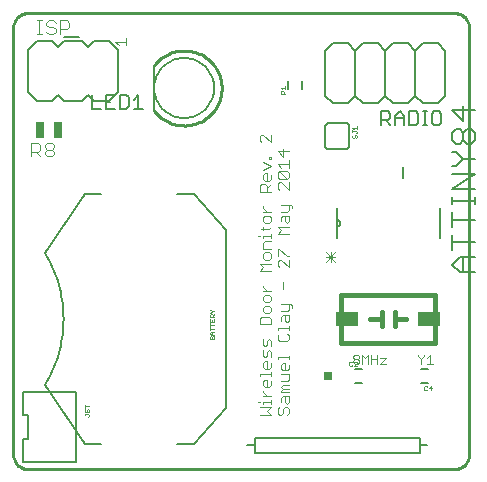
<source format=gto>
G75*
%MOIN*%
%OFA0B0*%
%FSLAX24Y24*%
%IPPOS*%
%LPD*%
%AMOC8*
5,1,8,0,0,1.08239X$1,22.5*
%
%ADD10C,0.0098*%
%ADD11C,0.0100*%
%ADD12C,0.0030*%
%ADD13C,0.0060*%
%ADD14C,0.0050*%
%ADD15C,0.0040*%
%ADD16R,0.0256X0.0551*%
%ADD17C,0.0080*%
%ADD18C,0.0010*%
%ADD19C,0.0160*%
%ADD20R,0.0750X0.0500*%
%ADD21R,0.0250X0.0250*%
D10*
X001077Y000600D02*
X015277Y000600D01*
X015777Y001100D02*
X015777Y015300D01*
X015277Y015800D02*
X001077Y015800D01*
X000577Y015300D02*
X000577Y001100D01*
X000579Y001056D01*
X000585Y001013D01*
X000594Y000971D01*
X000607Y000929D01*
X000624Y000889D01*
X000644Y000850D01*
X000667Y000813D01*
X000694Y000779D01*
X000723Y000746D01*
X000756Y000717D01*
X000790Y000690D01*
X000827Y000667D01*
X000866Y000647D01*
X000906Y000630D01*
X000948Y000617D01*
X000990Y000608D01*
X001033Y000602D01*
X001077Y000600D01*
D11*
X005277Y012550D02*
X005320Y012496D01*
X005366Y012444D01*
X005415Y012395D01*
X005467Y012348D01*
X005521Y012305D01*
X005577Y012264D01*
X005636Y012227D01*
X005696Y012193D01*
X005759Y012163D01*
X005822Y012136D01*
X005888Y012112D01*
X005954Y012092D01*
X006022Y012076D01*
X006090Y012064D01*
X006159Y012056D01*
X006228Y012051D01*
X006298Y012050D01*
X006367Y012053D01*
X006436Y012060D01*
X006504Y012071D01*
X006572Y012085D01*
X006639Y012104D01*
X006705Y012126D01*
X006770Y012151D01*
X006833Y012180D01*
X006894Y012213D01*
X006953Y012249D01*
X007010Y012288D01*
X007066Y012330D01*
X007118Y012375D01*
X007168Y012423D01*
X007215Y012474D01*
X007260Y012528D01*
X007301Y012583D01*
X007339Y012641D01*
X007374Y012701D01*
X007406Y012763D01*
X007434Y012826D01*
X007458Y012891D01*
X007479Y012957D01*
X007496Y013025D01*
X007510Y013093D01*
X007519Y013162D01*
X007525Y013231D01*
X007527Y013300D01*
X007525Y013369D01*
X007519Y013438D01*
X007510Y013507D01*
X007496Y013575D01*
X007479Y013643D01*
X007458Y013709D01*
X007434Y013774D01*
X007406Y013837D01*
X007374Y013899D01*
X007339Y013959D01*
X007301Y014017D01*
X007260Y014072D01*
X007215Y014126D01*
X007168Y014177D01*
X007118Y014225D01*
X007066Y014270D01*
X007010Y014312D01*
X006953Y014351D01*
X006894Y014387D01*
X006833Y014420D01*
X006770Y014449D01*
X006705Y014474D01*
X006639Y014496D01*
X006572Y014515D01*
X006504Y014529D01*
X006436Y014540D01*
X006367Y014547D01*
X006298Y014550D01*
X006228Y014549D01*
X006159Y014544D01*
X006090Y014536D01*
X006022Y014524D01*
X005954Y014508D01*
X005888Y014488D01*
X005822Y014464D01*
X005759Y014437D01*
X005696Y014407D01*
X005636Y014373D01*
X005577Y014336D01*
X005521Y014295D01*
X005467Y014252D01*
X005415Y014205D01*
X005366Y014156D01*
X005320Y014104D01*
X005277Y014050D01*
X001077Y015800D02*
X001033Y015798D01*
X000990Y015792D01*
X000948Y015783D01*
X000906Y015770D01*
X000866Y015753D01*
X000827Y015733D01*
X000790Y015710D01*
X000756Y015683D01*
X000723Y015654D01*
X000694Y015621D01*
X000667Y015587D01*
X000644Y015550D01*
X000624Y015511D01*
X000607Y015471D01*
X000594Y015429D01*
X000585Y015387D01*
X000579Y015344D01*
X000577Y015300D01*
X015277Y015800D02*
X015321Y015798D01*
X015364Y015792D01*
X015406Y015783D01*
X015448Y015770D01*
X015488Y015753D01*
X015527Y015733D01*
X015564Y015710D01*
X015598Y015683D01*
X015631Y015654D01*
X015660Y015621D01*
X015687Y015587D01*
X015710Y015550D01*
X015730Y015511D01*
X015747Y015471D01*
X015760Y015429D01*
X015769Y015387D01*
X015775Y015344D01*
X015777Y015300D01*
X015777Y001100D02*
X015775Y001056D01*
X015769Y001013D01*
X015760Y000971D01*
X015747Y000929D01*
X015730Y000889D01*
X015710Y000850D01*
X015687Y000813D01*
X015660Y000779D01*
X015631Y000746D01*
X015598Y000717D01*
X015564Y000690D01*
X015527Y000667D01*
X015488Y000647D01*
X015448Y000630D01*
X015406Y000617D01*
X015364Y000608D01*
X015321Y000602D01*
X015277Y000600D01*
D12*
X014565Y004114D02*
X014372Y004114D01*
X014469Y004114D02*
X014469Y004404D01*
X014372Y004307D01*
X014271Y004356D02*
X014271Y004404D01*
X014271Y004356D02*
X014174Y004259D01*
X014174Y004114D01*
X014174Y004259D02*
X014077Y004356D01*
X014077Y004404D01*
X012991Y004307D02*
X012797Y004114D01*
X012991Y004114D01*
X012991Y004307D02*
X012797Y004307D01*
X012696Y004259D02*
X012503Y004259D01*
X012503Y004114D02*
X012503Y004404D01*
X012401Y004404D02*
X012305Y004307D01*
X012208Y004404D01*
X012208Y004114D01*
X012107Y004162D02*
X012107Y004211D01*
X012058Y004259D01*
X011962Y004259D01*
X011913Y004307D01*
X011913Y004356D01*
X011962Y004404D01*
X012058Y004404D01*
X012107Y004356D01*
X012107Y004307D01*
X012058Y004259D01*
X011962Y004259D02*
X011913Y004211D01*
X011913Y004162D01*
X011962Y004114D01*
X012058Y004114D01*
X012107Y004162D01*
X012401Y004114D02*
X012401Y004404D01*
X012696Y004404D02*
X012696Y004114D01*
X009885Y005976D02*
X009885Y006038D01*
X009824Y006099D01*
X009515Y006099D01*
X009515Y005853D02*
X009700Y005853D01*
X009762Y005914D01*
X009762Y006099D01*
X009762Y005731D02*
X009577Y005731D01*
X009515Y005669D01*
X009515Y005546D01*
X009638Y005546D02*
X009638Y005731D01*
X009762Y005731D02*
X009762Y005546D01*
X009700Y005484D01*
X009638Y005546D01*
X009762Y005362D02*
X009762Y005239D01*
X009762Y005300D02*
X009392Y005300D01*
X009392Y005239D01*
X009453Y005117D02*
X009392Y005056D01*
X009392Y004932D01*
X009453Y004870D01*
X009700Y004870D01*
X009762Y004932D01*
X009762Y005056D01*
X009700Y005117D01*
X009162Y004871D02*
X009162Y004686D01*
X009100Y004565D02*
X009038Y004503D01*
X009038Y004380D01*
X008977Y004318D01*
X008915Y004380D01*
X008915Y004565D01*
X008977Y004686D02*
X008915Y004748D01*
X008915Y004933D01*
X009038Y004871D02*
X009038Y004748D01*
X008977Y004686D01*
X009100Y004565D02*
X009162Y004503D01*
X009162Y004318D01*
X009038Y004197D02*
X009038Y003950D01*
X008977Y003950D02*
X009100Y003950D01*
X009162Y004011D01*
X009162Y004135D01*
X009038Y004197D02*
X008977Y004197D01*
X008915Y004135D01*
X008915Y004011D01*
X008977Y003950D01*
X009162Y003828D02*
X009162Y003704D01*
X009162Y003766D02*
X008792Y003766D01*
X008792Y003704D01*
X008915Y003521D02*
X008977Y003583D01*
X009038Y003583D01*
X009038Y003336D01*
X008977Y003336D02*
X009100Y003336D01*
X009162Y003398D01*
X009162Y003521D01*
X008915Y003521D02*
X008915Y003398D01*
X008977Y003336D01*
X008915Y003214D02*
X008915Y003152D01*
X009038Y003029D01*
X008915Y003029D02*
X009162Y003029D01*
X009162Y002907D02*
X009162Y002783D01*
X009162Y002845D02*
X008915Y002845D01*
X008915Y002783D01*
X008792Y002845D02*
X008730Y002845D01*
X008792Y002662D02*
X009162Y002662D01*
X009038Y002538D01*
X009162Y002415D01*
X008792Y002415D01*
X009392Y002477D02*
X009453Y002415D01*
X009515Y002415D01*
X009577Y002477D01*
X009577Y002600D01*
X009638Y002662D01*
X009700Y002662D01*
X009762Y002600D01*
X009762Y002477D01*
X009700Y002415D01*
X009392Y002477D02*
X009392Y002600D01*
X009453Y002662D01*
X009515Y002845D02*
X009515Y002968D01*
X009577Y003030D01*
X009762Y003030D01*
X009762Y002845D01*
X009700Y002783D01*
X009638Y002845D01*
X009638Y003030D01*
X009515Y003152D02*
X009515Y003213D01*
X009577Y003275D01*
X009515Y003337D01*
X009577Y003399D01*
X009762Y003399D01*
X009762Y003275D02*
X009577Y003275D01*
X009515Y003152D02*
X009762Y003152D01*
X009700Y003520D02*
X009515Y003520D01*
X009700Y003520D02*
X009762Y003582D01*
X009762Y003767D01*
X009515Y003767D01*
X009577Y003888D02*
X009515Y003950D01*
X009515Y004073D01*
X009577Y004135D01*
X009638Y004135D01*
X009638Y003888D01*
X009577Y003888D02*
X009700Y003888D01*
X009762Y003950D01*
X009762Y004073D01*
X009762Y004257D02*
X009762Y004380D01*
X009762Y004318D02*
X009392Y004318D01*
X009392Y004257D01*
X009162Y004871D02*
X009100Y004933D01*
X009038Y004871D01*
X009162Y005423D02*
X008792Y005423D01*
X008792Y005608D01*
X008853Y005670D01*
X009100Y005670D01*
X009162Y005608D01*
X009162Y005423D01*
X009100Y005791D02*
X008977Y005791D01*
X008915Y005853D01*
X008915Y005976D01*
X008977Y006038D01*
X009100Y006038D01*
X009162Y005976D01*
X009162Y005853D01*
X009100Y005791D01*
X009100Y006160D02*
X008977Y006160D01*
X008915Y006221D01*
X008915Y006345D01*
X008977Y006406D01*
X009100Y006406D01*
X009162Y006345D01*
X009162Y006221D01*
X009100Y006160D01*
X009038Y006528D02*
X008915Y006651D01*
X008915Y006713D01*
X008915Y006528D02*
X009162Y006528D01*
X009577Y006589D02*
X009577Y006836D01*
X009453Y007326D02*
X009392Y007388D01*
X009392Y007511D01*
X009453Y007573D01*
X009515Y007573D01*
X009762Y007326D01*
X009762Y007573D01*
X009762Y007694D02*
X009700Y007694D01*
X009453Y007941D01*
X009392Y007941D01*
X009392Y007694D01*
X009162Y007633D02*
X009100Y007571D01*
X008977Y007571D01*
X008915Y007633D01*
X008915Y007757D01*
X008977Y007818D01*
X009100Y007818D01*
X009162Y007757D01*
X009162Y007633D01*
X009162Y007450D02*
X008792Y007450D01*
X008915Y007327D01*
X008792Y007203D01*
X009162Y007203D01*
X009162Y007940D02*
X008915Y007940D01*
X008915Y008125D01*
X008977Y008187D01*
X009162Y008187D01*
X009162Y008308D02*
X009162Y008431D01*
X009162Y008370D02*
X008915Y008370D01*
X008915Y008308D01*
X008792Y008370D02*
X008730Y008370D01*
X008915Y008554D02*
X008915Y008677D01*
X008853Y008615D02*
X009100Y008615D01*
X009162Y008677D01*
X009100Y008799D02*
X009162Y008861D01*
X009162Y008984D01*
X009100Y009046D01*
X008977Y009046D01*
X008915Y008984D01*
X008915Y008861D01*
X008977Y008799D01*
X009100Y008799D01*
X009392Y008678D02*
X009762Y008678D01*
X009700Y008799D02*
X009638Y008861D01*
X009638Y009046D01*
X009577Y009046D02*
X009762Y009046D01*
X009762Y008861D01*
X009700Y008799D01*
X009515Y008861D02*
X009515Y008984D01*
X009577Y009046D01*
X009515Y009167D02*
X009700Y009167D01*
X009762Y009229D01*
X009762Y009414D01*
X009824Y009414D02*
X009515Y009414D01*
X009824Y009414D02*
X009885Y009353D01*
X009885Y009291D01*
X009392Y008678D02*
X009515Y008554D01*
X009392Y008431D01*
X009762Y008431D01*
X009162Y009167D02*
X008915Y009167D01*
X009038Y009167D02*
X008915Y009291D01*
X008915Y009353D01*
X009038Y009843D02*
X009038Y010028D01*
X008977Y010090D01*
X008853Y010090D01*
X008792Y010028D01*
X008792Y009843D01*
X009162Y009843D01*
X009038Y009966D02*
X009162Y010090D01*
X009100Y010211D02*
X008977Y010211D01*
X008915Y010273D01*
X008915Y010396D01*
X008977Y010458D01*
X009038Y010458D01*
X009038Y010211D01*
X009100Y010211D02*
X009162Y010273D01*
X009162Y010396D01*
X008915Y010579D02*
X009162Y010703D01*
X008915Y010826D01*
X009100Y010948D02*
X009100Y011009D01*
X009162Y011009D01*
X009162Y010948D01*
X009100Y010948D01*
X009392Y010764D02*
X009762Y010764D01*
X009762Y010641D02*
X009762Y010888D01*
X009577Y011009D02*
X009577Y011256D01*
X009762Y011194D02*
X009392Y011194D01*
X009577Y011009D01*
X009392Y010764D02*
X009515Y010641D01*
X009453Y010519D02*
X009700Y010272D01*
X009762Y010334D01*
X009762Y010458D01*
X009700Y010519D01*
X009453Y010519D01*
X009392Y010458D01*
X009392Y010334D01*
X009453Y010272D01*
X009700Y010272D01*
X009762Y010151D02*
X009762Y009904D01*
X009515Y010151D01*
X009453Y010151D01*
X009392Y010089D01*
X009392Y009966D01*
X009453Y009904D01*
X009162Y011500D02*
X008915Y011747D01*
X008853Y011747D01*
X008792Y011685D01*
X008792Y011562D01*
X008853Y011500D01*
X009162Y011500D02*
X009162Y011747D01*
X011000Y007829D02*
X011313Y007515D01*
X011157Y007515D02*
X011157Y007829D01*
X011313Y007829D02*
X011000Y007515D01*
X011000Y007672D02*
X011313Y007672D01*
X004342Y014725D02*
X004342Y014972D01*
X004342Y014849D02*
X003972Y014849D01*
X004095Y014725D01*
D13*
X002777Y015000D02*
X002277Y015000D01*
X005277Y013300D02*
X005279Y013363D01*
X005285Y013425D01*
X005295Y013487D01*
X005308Y013549D01*
X005326Y013609D01*
X005347Y013668D01*
X005372Y013726D01*
X005401Y013782D01*
X005433Y013836D01*
X005468Y013888D01*
X005506Y013937D01*
X005548Y013985D01*
X005592Y014029D01*
X005640Y014071D01*
X005689Y014109D01*
X005741Y014144D01*
X005795Y014176D01*
X005851Y014205D01*
X005909Y014230D01*
X005968Y014251D01*
X006028Y014269D01*
X006090Y014282D01*
X006152Y014292D01*
X006214Y014298D01*
X006277Y014300D01*
X006340Y014298D01*
X006402Y014292D01*
X006464Y014282D01*
X006526Y014269D01*
X006586Y014251D01*
X006645Y014230D01*
X006703Y014205D01*
X006759Y014176D01*
X006813Y014144D01*
X006865Y014109D01*
X006914Y014071D01*
X006962Y014029D01*
X007006Y013985D01*
X007048Y013937D01*
X007086Y013888D01*
X007121Y013836D01*
X007153Y013782D01*
X007182Y013726D01*
X007207Y013668D01*
X007228Y013609D01*
X007246Y013549D01*
X007259Y013487D01*
X007269Y013425D01*
X007275Y013363D01*
X007277Y013300D01*
X007275Y013237D01*
X007269Y013175D01*
X007259Y013113D01*
X007246Y013051D01*
X007228Y012991D01*
X007207Y012932D01*
X007182Y012874D01*
X007153Y012818D01*
X007121Y012764D01*
X007086Y012712D01*
X007048Y012663D01*
X007006Y012615D01*
X006962Y012571D01*
X006914Y012529D01*
X006865Y012491D01*
X006813Y012456D01*
X006759Y012424D01*
X006703Y012395D01*
X006645Y012370D01*
X006586Y012349D01*
X006526Y012331D01*
X006464Y012318D01*
X006402Y012308D01*
X006340Y012302D01*
X006277Y012300D01*
X006214Y012302D01*
X006152Y012308D01*
X006090Y012318D01*
X006028Y012331D01*
X005968Y012349D01*
X005909Y012370D01*
X005851Y012395D01*
X005795Y012424D01*
X005741Y012456D01*
X005689Y012491D01*
X005640Y012529D01*
X005592Y012571D01*
X005548Y012615D01*
X005506Y012663D01*
X005468Y012712D01*
X005433Y012764D01*
X005401Y012818D01*
X005372Y012874D01*
X005347Y012932D01*
X005326Y012991D01*
X005308Y013051D01*
X005295Y013113D01*
X005285Y013175D01*
X005279Y013237D01*
X005277Y013300D01*
X009741Y013282D02*
X009741Y013518D01*
X010213Y013518D02*
X010213Y013282D01*
X010977Y013050D02*
X010977Y014550D01*
X011227Y014800D01*
X011727Y014800D01*
X011977Y014550D01*
X011977Y013050D01*
X011727Y012800D01*
X011227Y012800D01*
X010977Y013050D01*
X011082Y012133D02*
X011672Y012133D01*
X011672Y012134D02*
X011691Y012130D01*
X011708Y012124D01*
X011725Y012114D01*
X011739Y012102D01*
X011751Y012087D01*
X011761Y012071D01*
X011767Y012053D01*
X011771Y012034D01*
X011771Y012015D01*
X011771Y011385D01*
X011771Y011366D01*
X011767Y011347D01*
X011761Y011329D01*
X011751Y011313D01*
X011739Y011298D01*
X011725Y011286D01*
X011708Y011276D01*
X011691Y011270D01*
X011672Y011266D01*
X011672Y011267D02*
X011082Y011267D01*
X011081Y011266D02*
X011062Y011270D01*
X011045Y011276D01*
X011028Y011286D01*
X011014Y011298D01*
X011002Y011313D01*
X010992Y011329D01*
X010986Y011347D01*
X010982Y011366D01*
X010982Y011385D01*
X010983Y011385D02*
X010983Y012015D01*
X010982Y012015D02*
X010982Y012034D01*
X010986Y012053D01*
X010992Y012071D01*
X011001Y012087D01*
X011014Y012102D01*
X011028Y012114D01*
X011045Y012124D01*
X011063Y012130D01*
X011081Y012134D01*
X011977Y013050D02*
X012227Y012800D01*
X012727Y012800D01*
X012977Y013050D01*
X012977Y014550D01*
X012727Y014800D01*
X012227Y014800D01*
X011977Y014550D01*
X012977Y014550D02*
X013227Y014800D01*
X013727Y014800D01*
X013977Y014550D01*
X013977Y013050D01*
X013727Y012800D01*
X013227Y012800D01*
X012977Y013050D01*
X013977Y013050D02*
X014227Y012800D01*
X014727Y012800D01*
X014977Y013050D01*
X014977Y014550D01*
X014727Y014800D01*
X014227Y014800D01*
X013977Y014550D01*
X013567Y010680D02*
X013567Y010290D01*
X014797Y009310D02*
X014797Y008290D01*
X011357Y008290D02*
X011357Y008680D01*
X011357Y008920D01*
X011357Y009310D01*
X011357Y008920D02*
X011378Y008918D01*
X011398Y008913D01*
X011417Y008904D01*
X011434Y008892D01*
X011449Y008877D01*
X011461Y008860D01*
X011470Y008841D01*
X011475Y008821D01*
X011477Y008800D01*
X011475Y008779D01*
X011470Y008759D01*
X011461Y008740D01*
X011449Y008723D01*
X011434Y008708D01*
X011417Y008696D01*
X011398Y008687D01*
X011378Y008682D01*
X011357Y008680D01*
X011959Y003936D02*
X012195Y003936D01*
X012195Y003464D02*
X011959Y003464D01*
X014159Y003464D02*
X014395Y003464D01*
X014395Y003936D02*
X014159Y003936D01*
D14*
X014127Y001650D02*
X014127Y001400D01*
X014377Y001400D01*
X014127Y001400D02*
X014127Y001150D01*
X008627Y001150D01*
X008627Y001400D01*
X008377Y001400D01*
X008627Y001400D02*
X008627Y001650D01*
X014127Y001650D01*
X014235Y012075D02*
X014385Y012075D01*
X014310Y012075D02*
X014310Y012525D01*
X014235Y012525D02*
X014385Y012525D01*
X014541Y012450D02*
X014541Y012150D01*
X014617Y012075D01*
X014767Y012075D01*
X014842Y012150D01*
X014842Y012450D01*
X014767Y012525D01*
X014617Y012525D01*
X014541Y012450D01*
X014074Y012450D02*
X014074Y012150D01*
X013999Y012075D01*
X013774Y012075D01*
X013774Y012525D01*
X013999Y012525D01*
X014074Y012450D01*
X013614Y012375D02*
X013614Y012075D01*
X013614Y012300D02*
X013314Y012300D01*
X013314Y012375D02*
X013314Y012075D01*
X013154Y012075D02*
X013003Y012225D01*
X013079Y012225D02*
X012853Y012225D01*
X012853Y012075D02*
X012853Y012525D01*
X013079Y012525D01*
X013154Y012450D01*
X013154Y012300D01*
X013079Y012225D01*
X013314Y012375D02*
X013464Y012525D01*
X013614Y012375D01*
X004892Y012615D02*
X004591Y012615D01*
X004742Y012615D02*
X004742Y013065D01*
X004591Y012915D01*
X004431Y012990D02*
X004431Y012690D01*
X004356Y012615D01*
X004131Y012615D01*
X004131Y013065D01*
X004356Y013065D01*
X004431Y012990D01*
X004057Y013179D02*
X003757Y012879D01*
X003257Y012879D01*
X003057Y013079D01*
X002857Y012879D01*
X002257Y012879D01*
X002057Y013079D01*
X001857Y012879D01*
X001357Y012879D01*
X001057Y013179D01*
X001057Y014579D01*
X001357Y014879D01*
X001857Y014879D01*
X002057Y014679D01*
X002257Y014879D01*
X002857Y014879D01*
X003057Y014679D01*
X003257Y014879D01*
X003757Y014879D01*
X004057Y014579D01*
X004057Y013179D01*
X003971Y013065D02*
X003671Y013065D01*
X003671Y012615D01*
X003971Y012615D01*
X003821Y012840D02*
X003671Y012840D01*
X003511Y012615D02*
X003210Y012615D01*
X003210Y013065D01*
D15*
X001867Y011480D02*
X001713Y011480D01*
X001636Y011404D01*
X001636Y011327D01*
X001713Y011250D01*
X001867Y011250D01*
X001943Y011173D01*
X001943Y011097D01*
X001867Y011020D01*
X001713Y011020D01*
X001636Y011097D01*
X001636Y011173D01*
X001713Y011250D01*
X001867Y011250D02*
X001943Y011327D01*
X001943Y011404D01*
X001867Y011480D01*
X001483Y011404D02*
X001483Y011250D01*
X001406Y011173D01*
X001176Y011173D01*
X001176Y011020D02*
X001176Y011480D01*
X001406Y011480D01*
X001483Y011404D01*
X001330Y011173D02*
X001483Y011020D01*
X001454Y015099D02*
X001454Y015559D01*
X001377Y015559D02*
X001531Y015559D01*
X001684Y015482D02*
X001684Y015406D01*
X001761Y015329D01*
X001914Y015329D01*
X001991Y015252D01*
X001991Y015175D01*
X001914Y015099D01*
X001761Y015099D01*
X001684Y015175D01*
X001531Y015099D02*
X001377Y015099D01*
X001684Y015482D02*
X001761Y015559D01*
X001914Y015559D01*
X001991Y015482D01*
X002144Y015559D02*
X002375Y015559D01*
X002451Y015482D01*
X002451Y015329D01*
X002375Y015252D01*
X002144Y015252D01*
X002144Y015099D02*
X002144Y015559D01*
D16*
X002069Y011899D03*
X001489Y011899D03*
D17*
X000891Y001606D02*
X000891Y000839D01*
X002663Y000839D01*
X002663Y003161D01*
X000891Y003161D01*
X000891Y002394D01*
X001088Y002394D01*
X001088Y001606D01*
X000891Y001606D01*
X001647Y003415D02*
X002986Y001446D01*
X003517Y001446D01*
X006037Y001446D02*
X006608Y001446D01*
X007671Y002647D01*
X007671Y008553D01*
X006608Y009754D01*
X006037Y009754D01*
X003517Y009754D02*
X002986Y009754D01*
X001647Y007785D01*
X001711Y007675D01*
X001772Y007563D01*
X001830Y007449D01*
X001884Y007334D01*
X001935Y007216D01*
X001982Y007098D01*
X002026Y006978D01*
X002065Y006857D01*
X002102Y006734D01*
X002134Y006611D01*
X002163Y006487D01*
X002188Y006361D01*
X002209Y006236D01*
X002226Y006109D01*
X002240Y005982D01*
X002249Y005855D01*
X002255Y005728D01*
X002257Y005600D01*
X002255Y005472D01*
X002249Y005345D01*
X002240Y005218D01*
X002226Y005091D01*
X002209Y004964D01*
X002188Y004839D01*
X002163Y004713D01*
X002134Y004589D01*
X002102Y004466D01*
X002065Y004343D01*
X002026Y004222D01*
X001982Y004102D01*
X001935Y003984D01*
X001884Y003866D01*
X001830Y003751D01*
X001772Y003637D01*
X001711Y003525D01*
X001647Y003415D01*
X005277Y012550D02*
X005277Y014050D01*
X015216Y012564D02*
X015587Y012194D01*
X015587Y012687D01*
X015957Y012564D02*
X015216Y012564D01*
X015340Y011932D02*
X015463Y011932D01*
X015587Y011809D01*
X015587Y011562D01*
X015463Y011439D01*
X015340Y011439D01*
X015216Y011562D01*
X015216Y011809D01*
X015340Y011932D01*
X015587Y011809D02*
X015710Y011932D01*
X015833Y011932D01*
X015957Y011809D01*
X015957Y011562D01*
X015833Y011439D01*
X015710Y011439D01*
X015587Y011562D01*
X015340Y011177D02*
X015216Y011177D01*
X015340Y011177D02*
X015587Y010930D01*
X015957Y010930D01*
X015587Y010930D02*
X015340Y010684D01*
X015216Y010684D01*
X015216Y010422D02*
X015957Y010422D01*
X015216Y009928D01*
X015957Y009928D01*
X015957Y009672D02*
X015957Y009425D01*
X015957Y009549D02*
X015216Y009549D01*
X015216Y009672D02*
X015216Y009425D01*
X015216Y009164D02*
X015216Y008670D01*
X015216Y008917D02*
X015957Y008917D01*
X015957Y008162D02*
X015216Y008162D01*
X015216Y007915D02*
X015216Y008409D01*
X015463Y007654D02*
X015957Y007654D01*
X015587Y007654D02*
X015587Y007160D01*
X015463Y007160D02*
X015216Y007407D01*
X015463Y007654D01*
X015463Y007160D02*
X015957Y007160D01*
D18*
X014510Y003370D02*
X014435Y003295D01*
X014535Y003295D01*
X014510Y003220D02*
X014510Y003370D01*
X014387Y003345D02*
X014362Y003370D01*
X014312Y003370D01*
X014287Y003345D01*
X014287Y003245D01*
X014312Y003220D01*
X014362Y003220D01*
X014387Y003245D01*
X012029Y004030D02*
X011929Y004030D01*
X012029Y004130D01*
X012029Y004155D01*
X012004Y004180D01*
X011954Y004180D01*
X011929Y004155D01*
X011882Y004155D02*
X011857Y004180D01*
X011807Y004180D01*
X011782Y004155D01*
X011782Y004055D01*
X011807Y004030D01*
X011857Y004030D01*
X011882Y004055D01*
X007282Y004924D02*
X007282Y004999D01*
X007257Y005024D01*
X007232Y005024D01*
X007207Y004999D01*
X007207Y004924D01*
X007207Y004999D02*
X007182Y005024D01*
X007157Y005024D01*
X007132Y004999D01*
X007132Y004924D01*
X007282Y004924D01*
X007282Y005071D02*
X007182Y005071D01*
X007132Y005121D01*
X007182Y005171D01*
X007282Y005171D01*
X007207Y005171D02*
X007207Y005071D01*
X007132Y005218D02*
X007132Y005318D01*
X007132Y005366D02*
X007132Y005466D01*
X007132Y005513D02*
X007282Y005513D01*
X007282Y005613D01*
X007282Y005660D02*
X007132Y005660D01*
X007132Y005735D01*
X007157Y005760D01*
X007207Y005760D01*
X007232Y005735D01*
X007232Y005660D01*
X007232Y005710D02*
X007282Y005760D01*
X007282Y005858D02*
X007207Y005858D01*
X007157Y005908D01*
X007132Y005908D01*
X007207Y005858D02*
X007157Y005808D01*
X007132Y005808D01*
X007132Y005613D02*
X007132Y005513D01*
X007207Y005513D02*
X007207Y005563D01*
X007282Y005416D02*
X007132Y005416D01*
X007132Y005268D02*
X007282Y005268D01*
X003113Y002689D02*
X002963Y002689D01*
X002963Y002639D02*
X002963Y002739D01*
X002988Y002592D02*
X002963Y002567D01*
X002963Y002516D01*
X002988Y002491D01*
X003013Y002491D01*
X003038Y002516D01*
X003038Y002567D01*
X003063Y002592D01*
X003088Y002592D01*
X003113Y002567D01*
X003113Y002516D01*
X003088Y002491D01*
X003088Y002419D02*
X002963Y002419D01*
X002963Y002394D02*
X002963Y002444D01*
X003088Y002419D02*
X003113Y002394D01*
X003113Y002369D01*
X003088Y002344D01*
X011907Y011637D02*
X011932Y011637D01*
X011957Y011662D01*
X011957Y011712D01*
X011982Y011737D01*
X012007Y011737D01*
X012032Y011712D01*
X012032Y011662D01*
X012007Y011637D01*
X011907Y011637D02*
X011882Y011662D01*
X011882Y011712D01*
X011907Y011737D01*
X011882Y011834D02*
X011882Y011884D01*
X011882Y011859D02*
X012007Y011859D01*
X012032Y011834D01*
X012032Y011809D01*
X012007Y011784D01*
X012032Y011932D02*
X012032Y012032D01*
X012032Y011982D02*
X011882Y011982D01*
X011932Y011932D01*
X009647Y013105D02*
X009497Y013105D01*
X009497Y013180D01*
X009522Y013205D01*
X009572Y013205D01*
X009597Y013180D01*
X009597Y013105D01*
X009597Y013155D02*
X009647Y013205D01*
X009647Y013252D02*
X009647Y013352D01*
X009647Y013302D02*
X009497Y013302D01*
X009547Y013252D01*
D19*
X011502Y006387D02*
X011502Y004813D01*
X014652Y004813D01*
X014652Y006387D01*
X011502Y006387D01*
X012467Y005600D02*
X012880Y005600D01*
X012880Y005383D01*
X012880Y005600D02*
X012880Y005836D01*
X013293Y005836D02*
X013293Y005600D01*
X013293Y005383D01*
X013293Y005600D02*
X013687Y005600D01*
D20*
X014452Y005600D03*
X011702Y005600D03*
D21*
X011077Y003700D03*
M02*

</source>
